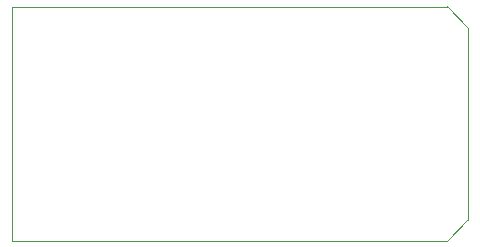
<source format=gbr>
%TF.GenerationSoftware,KiCad,Pcbnew,7.0.2*%
%TF.CreationDate,2023-05-26T20:55:18+09:00*%
%TF.ProjectId,Pmod_encoder,506d6f64-5f65-46e6-936f-6465722e6b69,rev?*%
%TF.SameCoordinates,Original*%
%TF.FileFunction,Profile,NP*%
%FSLAX46Y46*%
G04 Gerber Fmt 4.6, Leading zero omitted, Abs format (unit mm)*
G04 Created by KiCad (PCBNEW 7.0.2) date 2023-05-26 20:55:18*
%MOMM*%
%LPD*%
G01*
G04 APERTURE LIST*
%TA.AperFunction,Profile*%
%ADD10C,0.100000*%
%TD*%
G04 APERTURE END LIST*
D10*
X135379673Y-83309673D02*
X137160000Y-85090000D01*
X98552000Y-83312000D02*
X135379673Y-83312000D01*
X135382000Y-103124000D02*
X98552000Y-103124000D01*
X98552000Y-103124000D02*
X98552000Y-83312000D01*
X137160000Y-85090000D02*
X137160000Y-101346000D01*
X135380836Y-103125163D02*
X137161163Y-101344836D01*
M02*

</source>
